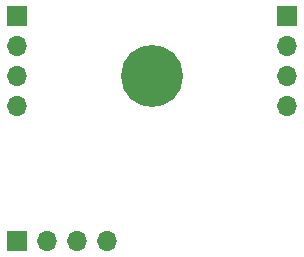
<source format=gbs>
G04 #@! TF.GenerationSoftware,KiCad,Pcbnew,8.0.5+dfsg-1*
G04 #@! TF.CreationDate,2024-10-30T23:38:13+01:00*
G04 #@! TF.ProjectId,raddr,72616464-722e-46b6-9963-61645f706362,rev?*
G04 #@! TF.SameCoordinates,Original*
G04 #@! TF.FileFunction,Soldermask,Bot*
G04 #@! TF.FilePolarity,Negative*
%FSLAX46Y46*%
G04 Gerber Fmt 4.6, Leading zero omitted, Abs format (unit mm)*
G04 Created by KiCad (PCBNEW 8.0.5+dfsg-1) date 2024-10-30 23:38:13*
%MOMM*%
%LPD*%
G01*
G04 APERTURE LIST*
%ADD10R,1.700000X1.700000*%
%ADD11O,1.700000X1.700000*%
%ADD12C,5.250000*%
G04 APERTURE END LIST*
D10*
X20320000Y0D03*
D11*
X20320000Y-2540000D03*
X20320000Y-5080000D03*
X20320000Y-7620000D03*
D12*
X8890000Y-5080000D03*
D10*
X-2540000Y0D03*
D11*
X-2540000Y-2540000D03*
X-2540000Y-5080000D03*
X-2540000Y-7620000D03*
D10*
X-2540000Y-19050000D03*
D11*
X0Y-19050000D03*
X2540000Y-19050000D03*
X5080000Y-19050000D03*
M02*

</source>
